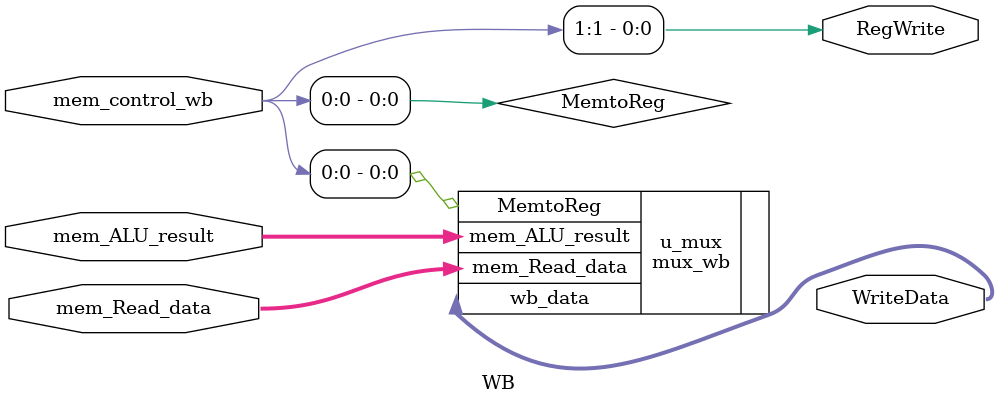
<source format=v>
module WB(
    input  [31:0] mem_Read_data,
    input  [31:0] mem_ALU_result,
    input  [1:0]  mem_control_wb,   // {RegWrite, MemtoReg}
    output [31:0] WriteData,        // to ID register file write data
    output        RegWrite          // to ID register file RegWrite
);
    wire MemtoReg;

    assign RegWrite = mem_control_wb[1];
    assign MemtoReg = mem_control_wb[0];

    mux_wb u_mux (
        .mem_Read_data(mem_Read_data),
        .mem_ALU_result(mem_ALU_result),
        .MemtoReg(MemtoReg),
        .wb_data(WriteData)
    );
endmodule
</source>
